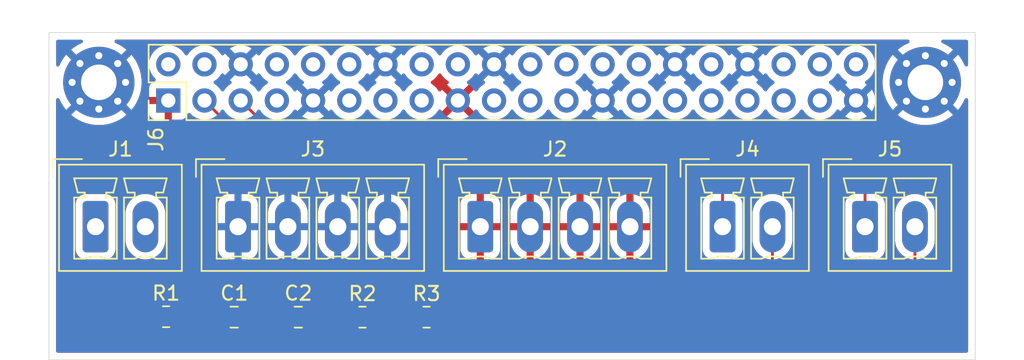
<source format=kicad_pcb>
(kicad_pcb (version 20241229) (generator "pcbnew") (generator_version "9.0")
  (layers (0 "F.Cu" signal) (2 "B.Cu" signal) (13 "F.Paste" user) (15 "B.Paste" user) (5 "F.SilkS" user "F.Silkscreen") (7 "B.SilkS" user "B.Silkscreen") (1 "F.Mask" user) (3 "B.Mask" user) (25 "Edge.Cuts" user))
  (net 0 "")
  (net 1 "GND")
  (net 2 "3v3")
  (net 3 "/CT_out")
  (net 4 "/CT_in")
  (net 5 "/SCL")
  (net 6 "/SDA")
  (net 11 "Net-(J6-5V-Pad2)")
  (footprint "Resistor_SMD:R_0805_2012Metric_Pad1.20x1.40mm_HandSolder" (layer "F.Cu") (at 123 36.5)
    (property "Reference" "R3" (at 0 -1.65 0) (layer "F.SilkS"))
    (property "Value" "R")
    (fp_line (start -0.227064 -0.735) (end 0.227064 -0.735) (stroke (width 0.12)) (layer "F.SilkS"))
    (fp_line (start -0.227064 0.735) (end 0.227064 0.735) (stroke (width 0.12)) (layer "F.SilkS"))
    (pad "1" smd roundrect (at -1 0) (size 1.2 1.4) (layers "F.Cu" "F.Mask" "F.Paste") (roundrect_rratio 0.208333) (net 3 "/CT_out"))
    (pad "2" smd roundrect (at 1 0) (size 1.2 1.4) (layers "F.Cu" "F.Mask" "F.Paste") (roundrect_rratio 0.208333) (net 1 "GND"))
  )
  (footprint "Resistor_SMD:R_0805_2012Metric_Pad1.20x1.40mm_HandSolder" (layer "F.Cu") (at 104.72 36.47)
    (property "Reference" "R1" (at 0 -1.65 0) (layer "F.SilkS"))
    (property "Value" "22R")
    (fp_line (start -0.227064 -0.735) (end 0.227064 -0.735) (stroke (width 0.12)) (layer "F.SilkS"))
    (fp_line (start -0.227064 0.735) (end 0.227064 0.735) (stroke (width 0.12)) (layer "F.SilkS"))
    (pad "1" smd roundrect (at -1 0) (size 1.2 1.4) (layers "F.Cu" "F.Mask" "F.Paste") (roundrect_rratio 0.208333) (net 4 "/CT_in"))
    (pad "2" smd roundrect (at 1 0) (size 1.2 1.4) (layers "F.Cu" "F.Mask" "F.Paste") (roundrect_rratio 0.208333) (net 3 "/CT_out"))
  )
  (footprint "Connector_Phoenix_MC:PhoenixContact_MCV_1,5_4-G-3.5_1x04_P3.50mm_Vertical" (layer "F.Cu") (at 126.7675 30.1425)
    (property "Reference" "J2" (at 5.25 -5.45 0) (layer "F.SilkS"))
    (property "Value" "Conn_01x04")
    (fp_line (start -2.95 -4.75) (end -0.95 -4.75) (stroke (width 0.12)) (layer "F.SilkS"))
    (fp_line (start -2.95 -3.5) (end -2.95 -4.75) (stroke (width 0.12)) (layer "F.SilkS"))
    (fp_line (start -2.56 -4.36) (end -2.56 3.11) (stroke (width 0.12)) (layer "F.SilkS"))
    (fp_line (start -2.56 3.11) (end 13.06 3.11) (stroke (width 0.12)) (layer "F.SilkS"))
    (fp_line (start -1.5 -3.4) (end 1.5 -3.4) (stroke (width 0.12)) (layer "F.SilkS"))
    (fp_line (start -1.5 -2.05) (end -0.75 -2.05) (stroke (width 0.12)) (layer "F.SilkS"))
    (fp_line (start -1.5 2.25) (end -1.5 -2.05) (stroke (width 0.12)) (layer "F.SilkS"))
    (fp_line (start -1.25 -2.4) (end -1.5 -3.4) (stroke (width 0.12)) (layer "F.SilkS"))
    (fp_line (start -0.75 -2.4) (end -1.25 -2.4) (stroke (width 0.12)) (layer "F.SilkS"))
    (fp_line (start -0.75 -2.05) (end -0.75 -2.4) (stroke (width 0.12)) (layer "F.SilkS"))
    (fp_line (start -0.75 2.25) (end -1.5 2.25) (stroke (width 0.12)) (layer "F.SilkS"))
    (fp_line (start 0.75 -2.4) (end 0.75 -2.05) (stroke (width 0.12)) (layer "F.SilkS"))
    (fp_line (start 0.75 -2.05) (end 1.5 -2.05) (stroke (width 0.12)) (layer "F.SilkS"))
    (fp_line (start 1.25 -2.4) (end 0.75 -2.4) (stroke (width 0.12)) (layer "F.SilkS"))
    (fp_line (start 1.5 -3.4) (end 1.25 -2.4) (stroke (width 0.12)) (layer "F.SilkS"))
    (fp_line (start 1.5 -2.05) (end 1.5 2.25) (stroke (width 0.12)) (layer "F.SilkS"))
    (fp_line (start 1.5 2.25) (end 0.75 2.25) (stroke (width 0.12)) (layer "F.SilkS"))
    (fp_line (start 2 -3.4) (end 5 -3.4) (stroke (width 0.12)) (layer "F.SilkS"))
    (fp_line (start 2 -2.05) (end 2.75 -2.05) (stroke (width 0.12)) (layer "F.SilkS"))
    (fp_line (start 2 2.25) (end 2 -2.05) (stroke (width 0.12)) (layer "F.SilkS"))
    (fp_line (start 2.25 -2.4) (end 2 -3.4) (stroke (width 0.12)) (layer "F.SilkS"))
    (fp_line (start 2.75 -2.4) (end 2.25 -2.4) (stroke (width 0.12)) (layer "F.SilkS"))
    (fp_line (start 2.75 -2.05) (end 2.75 -2.4) (stroke (width 0.12)) (layer "F.SilkS"))
    (fp_line (start 2.75 2.25) (end 2 2.25) (stroke (width 0.12)) (layer "F.SilkS"))
    (fp_line (start 4.25 -2.4) (end 4.25 -2.05) (stroke (width 0.12)) (layer "F.SilkS"))
    (fp_line (start 4.25 -2.05) (end 5 -2.05) (stroke (width 0.12)) (layer "F.SilkS"))
    (fp_line (start 4.75 -2.4) (end 4.25 -2.4) (stroke (width 0.12)) (layer "F.SilkS"))
    (fp_line (start 5 -3.4) (end 4.75 -2.4) (stroke (width 0.12)) (layer "F.SilkS"))
    (fp_line (start 5 -2.05) (end 5 2.25) (stroke (width 0.12)) (layer "F.SilkS"))
    (fp_line (start 5 2.25) (end 4.25 2.25) (stroke (width 0.12)) (layer "F.SilkS"))
    (fp_line (start 5.5 -3.4) (end 8.5 -3.4) (stroke (width 0.12)) (layer "F.SilkS"))
    (fp_line (start 5.5 -2.05) (end 6.25 -2.05) (stroke (width 0.12)) (layer "F.SilkS"))
    (fp_line (start 5.5 2.25) (end 5.5 -2.05) (stroke (width 0.12)) (layer "F.SilkS"))
    (fp_line (start 5.75 -2.4) (end 5.5 -3.4) (stroke (width 0.12)) (layer "F.SilkS"))
    (fp_line (start 6.25 -2.4) (end 5.75 -2.4) (stroke (width 0.12)) (layer "F.SilkS"))
    (fp_line (start 6.25 -2.05) (end 6.25 -2.4) (stroke (width 0.12)) (layer "F.SilkS"))
    (fp_line (start 6.25 2.25) (end 5.5 2.25) (stroke (width 0.12)) (layer "F.SilkS"))
    (fp_line (start 7.75 -2.4) (end 7.75 -2.05) (stroke (width 0.12)) (layer "F.SilkS"))
    (fp_line (start 7.75 -2.05) (end 8.5 -2.05) (stroke (width 0.12)) (layer "F.SilkS"))
    (fp_line (start 8.25 -2.4) (end 7.75 -2.4) (stroke (width 0.12)) (layer "F.SilkS"))
    (fp_line (start 8.5 -3.4) (end 8.25 -2.4) (stroke (width 0.12)) (layer "F.SilkS"))
    (fp_line (start 8.5 -2.05) (end 8.5 2.25) (stroke (width 0.12)) (layer "F.SilkS"))
    (fp_line (start 8.5 2.25) (end 7.75 2.25) (stroke (width 0.12)) (layer "F.SilkS"))
    (fp_line (start 9 -3.4) (end 12 -3.4) (stroke (width 0.12)) (layer "F.SilkS"))
    (fp_line (start 9 -2.05) (end 9.75 -2.05) (stroke (width 0.12)) (layer "F.SilkS"))
    (fp_line (start 9 2.25) (end 9 -2.05) (stroke (width 0.12)) (layer "F.SilkS"))
    (fp_line (start 9.25 -2.4) (end 9 -3.4) (stroke (width 0.12)) (layer "F.SilkS"))
    (fp_line (start 9.75 -2.4) (end 9.25 -2.4) (stroke (width 0.12)) (layer "F.SilkS"))
    (fp_line (start 9.75 -2.05) (end 9.75 -2.4) (stroke (width 0.12)) (layer "F.SilkS"))
    (fp_line (start 9.75 2.25) (end 9 2.25) (stroke (width 0.12)) (layer "F.SilkS"))
    (fp_line (start 11.25 -2.4) (end 11.25 -2.05) (stroke (width 0.12)) (layer "F.SilkS"))
    (fp_line (start 11.25 -2.05) (end 12 -2.05) (stroke (width 0.12)) (layer "F.SilkS"))
    (fp_line (start 11.75 -2.4) (end 11.25 -2.4) (stroke (width 0.12)) (layer "F.SilkS"))
    (fp_line (start 12 -3.4) (end 11.75 -2.4) (stroke (width 0.12)) (layer "F.SilkS"))
    (fp_line (start 12 -2.05) (end 12 2.25) (stroke (width 0.12)) (layer "F.SilkS"))
    (fp_line (start 12 2.25) (end 11.25 2.25) (stroke (width 0.12)) (layer "F.SilkS"))
    (fp_line (start 13.06 -4.36) (end -2.56 -4.36) (stroke (width 0.12)) (layer "F.SilkS"))
    (fp_line (start 13.06 3.11) (end 13.06 -4.36) (stroke (width 0.12)) (layer "F.SilkS"))
    (fp_arc (start -0.75 2.25) (mid -0.000193 2.09191) (end 0.749647 2.249844) (stroke (width 0.12)) (layer "F.SilkS"))
    (fp_arc (start 2.75 2.25) (mid 3.499807 2.09191) (end 4.249647 2.249844) (stroke (width 0.12)) (layer "F.SilkS"))
    (fp_arc (start 6.25 2.25) (mid 6.999807 2.09191) (end 7.749647 2.249844) (stroke (width 0.12)) (layer "F.SilkS"))
    (fp_arc (start 9.75 2.25) (mid 10.499807 2.09191) (end 11.249647 2.249844) (stroke (width 0.12)) (layer "F.SilkS"))
    (pad "1" thru_hole roundrect (at 0 0) (size 1.8 3.6) (drill 1.2) (layers "*.Cu" "*.Mask") (roundrect_rratio 0.138889) (net 2 "3v3"))
    (pad "2" thru_hole oval (at 3.5 0) (size 1.8 3.6) (drill 1.2) (layers "*.Cu" "*.Mask") (net 2 "3v3"))
    (pad "3" thru_hole oval (at 7 0) (size 1.8 3.6) (drill 1.2) (layers "*.Cu" "*.Mask") (net 2 "3v3"))
    (pad "4" thru_hole oval (at 10.5 0) (size 1.8 3.6) (drill 1.2) (layers "*.Cu" "*.Mask") (net 2 "3v3"))
  )
  (footprint "Capacitor_SMD:C_0805_2012Metric_Pad1.18x1.45mm_HandSolder" (layer "F.Cu") (at 114 36.5)
    (property "Reference" "C2" (at 0 -1.68 0) (layer "F.SilkS"))
    (property "Value" "10u")
    (fp_line (start -0.261252 -0.735) (end 0.261252 -0.735) (stroke (width 0.12)) (layer "F.SilkS"))
    (fp_line (start -0.261252 0.735) (end 0.261252 0.735) (stroke (width 0.12)) (layer "F.SilkS"))
    (pad "1" smd roundrect (at -1.0375 0) (size 1.175 1.45) (layers "F.Cu" "F.Mask" "F.Paste") (roundrect_rratio 0.212766) (net 3 "/CT_out"))
    (pad "2" smd roundrect (at 1.0375 0) (size 1.175 1.45) (layers "F.Cu" "F.Mask" "F.Paste") (roundrect_rratio 0.212766) (net 1 "GND"))
  )
  (footprint "MountingHole:MountingHole_2.5mm_Pad_Via" (layer "F.Cu") (at 158 20)
    (property "Reference" "H2" (hide yes))
    (property "Value" "MountingHole_Pad")
    (pad "1" thru_hole circle (at -1.875 0) (size 0.8 0.8) (drill 0.5) (layers "*.Cu" "*.Mask") (net 1 "GND"))
    (pad "1" thru_hole circle (at -1.325825 -1.325825) (size 0.8 0.8) (drill 0.5) (layers "*.Cu" "*.Mask") (net 1 "GND"))
    (pad "1" thru_hole circle (at -1.325825 1.325825) (size 0.8 0.8) (drill 0.5) (layers "*.Cu" "*.Mask") (net 1 "GND"))
    (pad "1" thru_hole circle (at 0 -1.875) (size 0.8 0.8) (drill 0.5) (layers "*.Cu" "*.Mask") (net 1 "GND"))
    (pad "1" thru_hole circle (at 0 0) (size 5 5) (drill 2.5) (layers "*.Cu" "*.Mask") (net 1 "GND"))
    (pad "1" thru_hole circle (at 0 1.875) (size 0.8 0.8) (drill 0.5) (layers "*.Cu" "*.Mask") (net 1 "GND"))
    (pad "1" thru_hole circle (at 1.325825 -1.325825) (size 0.8 0.8) (drill 0.5) (layers "*.Cu" "*.Mask") (net 1 "GND"))
    (pad "1" thru_hole circle (at 1.325825 1.325825) (size 0.8 0.8) (drill 0.5) (layers "*.Cu" "*.Mask") (net 1 "GND"))
    (pad "1" thru_hole circle (at 1.875 0) (size 0.8 0.8) (drill 0.5) (layers "*.Cu" "*.Mask") (net 1 "GND"))
  )
  (footprint "Resistor_SMD:R_0805_2012Metric_Pad1.20x1.40mm_HandSolder" (layer "F.Cu") (at 118.5 36.5)
    (property "Reference" "R2" (at 0 -1.65 0) (layer "F.SilkS"))
    (property "Value" "10K")
    (fp_line (start -0.227064 -0.735) (end 0.227064 -0.735) (stroke (width 0.12)) (layer "F.SilkS"))
    (fp_line (start -0.227064 0.735) (end 0.227064 0.735) (stroke (width 0.12)) (layer "F.SilkS"))
    (pad "1" smd roundrect (at -1 0) (size 1.2 1.4) (layers "F.Cu" "F.Mask" "F.Paste") (roundrect_rratio 0.208333) (net 2 "3v3"))
    (pad "2" smd roundrect (at 1 0) (size 1.2 1.4) (layers "F.Cu" "F.Mask" "F.Paste") (roundrect_rratio 0.208333) (net 3 "/CT_out"))
  )
  (footprint "Capacitor_SMD:C_0805_2012Metric_Pad1.18x1.45mm_HandSolder" (layer "F.Cu") (at 109.5 36.5)
    (property "Reference" "C1" (at 0 -1.68 0) (layer "F.SilkS"))
    (property "Value" "0.1u")
    (fp_line (start -0.261252 -0.735) (end 0.261252 -0.735) (stroke (width 0.12)) (layer "F.SilkS"))
    (fp_line (start -0.261252 0.735) (end 0.261252 0.735) (stroke (width 0.12)) (layer "F.SilkS"))
    (pad "1" smd roundrect (at -1.0375 0) (size 1.175 1.45) (layers "F.Cu" "F.Mask" "F.Paste") (roundrect_rratio 0.212766) (net 3 "/CT_out"))
    (pad "2" smd roundrect (at 1.0375 0) (size 1.175 1.45) (layers "F.Cu" "F.Mask" "F.Paste") (roundrect_rratio 0.212766) (net 1 "GND"))
  )
  (footprint "MountingHole:MountingHole_2.5mm_Pad_Via" (layer "F.Cu") (at 100 20)
    (property "Reference" "H1" (hide yes))
    (property "Value" "MountingHole_Pad")
    (pad "1" thru_hole circle (at -1.875 0) (size 0.8 0.8) (drill 0.5) (layers "*.Cu" "*.Mask") (net 1 "GND"))
    (pad "1" thru_hole circle (at -1.325825 -1.325825) (size 0.8 0.8) (drill 0.5) (layers "*.Cu" "*.Mask") (net 1 "GND"))
    (pad "1" thru_hole circle (at -1.325825 1.325825) (size 0.8 0.8) (drill 0.5) (layers "*.Cu" "*.Mask") (net 1 "GND"))
    (pad "1" thru_hole circle (at 0 -1.875) (size 0.8 0.8) (drill 0.5) (layers "*.Cu" "*.Mask") (net 1 "GND"))
    (pad "1" thru_hole circle (at 0 0) (size 5 5) (drill 2.5) (layers "*.Cu" "*.Mask") (net 1 "GND"))
    (pad "1" thru_hole circle (at 0 1.875) (size 0.8 0.8) (drill 0.5) (layers "*.Cu" "*.Mask") (net 1 "GND"))
    (pad "1" thru_hole circle (at 1.325825 -1.325825) (size 0.8 0.8) (drill 0.5) (layers "*.Cu" "*.Mask") (net 1 "GND"))
    (pad "1" thru_hole circle (at 1.325825 1.325825) (size 0.8 0.8) (drill 0.5) (layers "*.Cu" "*.Mask") (net 1 "GND"))
    (pad "1" thru_hole circle (at 1.875 0) (size 0.8 0.8) (drill 0.5) (layers "*.Cu" "*.Mask") (net 1 "GND"))
  )
  (footprint "Connector_Phoenix_MC:PhoenixContact_MCV_1,5_2-G-3.5_1x02_P3.50mm_Vertical" (layer "F.Cu") (at 99.7675 30.1425)
    (property "Reference" "J1" (at 1.75 -5.45 0) (layer "F.SilkS"))
    (property "Value" "Conn_01x02_Socket")
    (fp_line (start -2.95 -4.75) (end -0.95 -4.75) (stroke (width 0.12)) (layer "F.SilkS"))
    (fp_line (start -2.95 -3.5) (end -2.95 -4.75) (stroke (width 0.12)) (layer "F.SilkS"))
    (fp_line (start -2.56 -4.36) (end -2.56 3.11) (stroke (width 0.12)) (layer "F.SilkS"))
    (fp_line (start -2.56 3.11) (end 6.06 3.11) (stroke (width 0.12)) (layer "F.SilkS"))
    (fp_line (start -1.5 -3.4) (end 1.5 -3.4) (stroke (width 0.12)) (layer "F.SilkS"))
    (fp_line (start -1.5 -2.05) (end -0.75 -2.05) (stroke (width 0.12)) (layer "F.SilkS"))
    (fp_line (start -1.5 2.25) (end -1.5 -2.05) (stroke (width 0.12)) (layer "F.SilkS"))
    (fp_line (start -1.25 -2.4) (end -1.5 -3.4) (stroke (width 0.12)) (layer "F.SilkS"))
    (fp_line (start -0.75 -2.4) (end -1.25 -2.4) (stroke (width 0.12)) (layer "F.SilkS"))
    (fp_line (start -0.75 -2.05) (end -0.75 -2.4) (stroke (width 0.12)) (layer "F.SilkS"))
    (fp_line (start -0.75 2.25) (end -1.5 2.25) (stroke (width 0.12)) (layer "F.SilkS"))
    (fp_line (start 0.75 -2.4) (end 0.75 -2.05) (stroke (width 0.12)) (layer "F.SilkS"))
    (fp_line (start 0.75 -2.05) (end 1.5 -2.05) (stroke (width 0.12)) (layer "F.SilkS"))
    (fp_line (start 1.25 -2.4) (end 0.75 -2.4) (stroke (width 0.12)) (layer "F.SilkS"))
    (fp_line (start 1.5 -3.4) (end 1.25 -2.4) (stroke (width 0.12)) (layer "F.SilkS"))
    (fp_line (start 1.5 -2.05) (end 1.5 2.25) (stroke (width 0.12)) (layer "F.SilkS"))
    (fp_line (start 1.5 2.25) (end 0.75 2.25) (stroke (width 0.12)) (layer "F.SilkS"))
    (fp_line (start 2 -3.4) (end 5 -3.4) (stroke (width 0.12)) (layer "F.SilkS"))
    (fp_line (start 2 -2.05) (end 2.75 -2.05) (stroke (width 0.12)) (layer "F.SilkS"))
    (fp_line (start 2 2.25) (end 2 -2.05) (stroke (width 0.12)) (layer "F.SilkS"))
    (fp_line (start 2.25 -2.4) (end 2 -3.4) (stroke (width 0.12)) (layer "F.SilkS"))
    (fp_line (start 2.75 -2.4) (end 2.25 -2.4) (stroke (width 0.12)) (layer "F.SilkS"))
    (fp_line (start 2.75 -2.05) (end 2.75 -2.4) (stroke (width 0.12)) (layer "F.SilkS"))
    (fp_line (start 2.75 2.25) (end 2 2.25) (stroke (width 0.12)) (layer "F.SilkS"))
    (fp_line (start 4.25 -2.4) (end 4.25 -2.05) (stroke (width 0.12)) (layer "F.SilkS"))
    (fp_line (start 4.25 -2.05) (end 5 -2.05) (stroke (width 0.12)) (layer "F.SilkS"))
    (fp_line (start 4.75 -2.4) (end 4.25 -2.4) (stroke (width 0.12)) (layer "F.SilkS"))
    (fp_line (start 5 -3.4) (end 4.75 -2.4) (stroke (width 0.12)) (layer "F.SilkS"))
    (fp_line (start 5 -2.05) (end 5 2.25) (stroke (width 0.12)) (layer "F.SilkS"))
    (fp_line (start 5 2.25) (end 4.25 2.25) (stroke (width 0.12)) (layer "F.SilkS"))
    (fp_line (start 6.06 -4.36) (end -2.56 -4.36) (stroke (width 0.12)) (layer "F.SilkS"))
    (fp_line (start 6.06 3.11) (end 6.06 -4.36) (stroke (width 0.12)) (layer "F.SilkS"))
    (fp_arc (start -0.75 2.25) (mid -0.000193 2.09191) (end 0.749647 2.249844) (stroke (width 0.12)) (layer "F.SilkS"))
    (fp_arc (start 2.75 2.25) (mid 3.499807 2.09191) (end 4.249647 2.249844) (stroke (width 0.12)) (layer "F.SilkS"))
    (pad "1" thru_hole roundrect (at 0 0) (size 1.8 3.6) (drill 1.2) (layers "*.Cu" "*.Mask") (roundrect_rratio 0.138889) (net 4 "/CT_in"))
    (pad "2" thru_hole oval (at 3.5 0) (size 1.8 3.6) (drill 1.2) (layers "*.Cu" "*.Mask") (net 3 "/CT_out"))
  )
  (footprint "Connector_Phoenix_MC:PhoenixContact_MCV_1,5_2-G-3.5_1x02_P3.50mm_Vertical" (layer "F.Cu") (at 153.7675 30.1425)
    (property "Reference" "J5" (at 1.75 -5.45 0) (layer "F.SilkS"))
    (property "Value" "Conn_01x02_Socket")
    (fp_line (start -2.95 -4.75) (end -0.95 -4.75) (stroke (width 0.12)) (layer "F.SilkS"))
    (fp_line (start -2.95 -3.5) (end -2.95 -4.75) (stroke (width 0.12)) (layer "F.SilkS"))
    (fp_line (start -2.56 -4.36) (end -2.56 3.11) (stroke (width 0.12)) (layer "F.SilkS"))
    (fp_line (start -2.56 3.11) (end 6.06 3.11) (stroke (width 0.12)) (layer "F.SilkS"))
    (fp_line (start -1.5 -3.4) (end 1.5 -3.4) (stroke (width 0.12)) (layer "F.SilkS"))
    (fp_line (start -1.5 -2.05) (end -0.75 -2.05) (stroke (width 0.12)) (layer "F.SilkS"))
    (fp_line (start -1.5 2.25) (end -1.5 -2.05) (stroke (width 0.12)) (layer "F.SilkS"))
    (fp_line (start -1.25 -2.4) (end -1.5 -3.4) (stroke (width 0.12)) (layer "F.SilkS"))
    (fp_line (start -0.75 -2.4) (end -1.25 -2.4) (stroke (width 0.12)) (layer "F.SilkS"))
    (fp_line (start -0.75 -2.05) (end -0.75 -2.4) (stroke (width 0.12)) (layer "F.SilkS"))
    (fp_line (start -0.75 2.25) (end -1.5 2.25) (stroke (width 0.12)) (layer "F.SilkS"))
    (fp_line (start 0.75 -2.4) (end 0.75 -2.05) (stroke (width 0.12)) (layer "F.SilkS"))
    (fp_line (start 0.75 -2.05) (end 1.5 -2.05) (stroke (width 0.12)) (layer "F.SilkS"))
    (fp_line (start 1.25 -2.4) (end 0.75 -2.4) (stroke (width 0.12)) (layer "F.SilkS"))
    (fp_line (start 1.5 -3.4) (end 1.25 -2.4) (stroke (width 0.12)) (layer "F.SilkS"))
    (fp_line (start 1.5 -2.05) (end 1.5 2.25) (stroke (width 0.12)) (layer "F.SilkS"))
    (fp_line (start 1.5 2.25) (end 0.75 2.25) (stroke (width 0.12)) (layer "F.SilkS"))
    (fp_line (start 2 -3.4) (end 5 -3.4) (stroke (width 0.12)) (layer "F.SilkS"))
    (fp_line (start 2 -2.05) (end 2.75 -2.05) (stroke (width 0.12)) (layer "F.SilkS"))
    (fp_line (start 2 2.25) (end 2 -2.05) (stroke (width 0.12)) (layer "F.SilkS"))
    (fp_line (start 2.25 -2.4) (end 2 -3.4) (stroke (width 0.12)) (layer "F.SilkS"))
    (fp_line (start 2.75 -2.4) (end 2.25 -2.4) (stroke (width 0.12)) (layer "F.SilkS"))
    (fp_line (start 2.75 -2.05) (end 2.75 -2.4) (stroke (width 0.12)) (layer "F.SilkS"))
    (fp_line (start 2.75 2.25) (end 2 2.25) (stroke (width 0.12)) (layer "F.SilkS"))
    (fp_line (start 4.25 -2.4) (end 4.25 -2.05) (stroke (width 0.12)) (layer "F.SilkS"))
    (fp_line (start 4.25 -2.05) (end 5 -2.05) (stroke (width 0.12)) (layer "F.SilkS"))
    (fp_line (start 4.75 -2.4) (end 4.25 -2.4) (stroke (width 0.12)) (layer "F.SilkS"))
    (fp_line (start 5 -3.4) (end 4.75 -2.4) (stroke (width 0.12)) (layer "F.SilkS"))
    (fp_line (start 5 -2.05) (end 5 2.25) (stroke (width 0.12)) (layer "F.SilkS"))
    (fp_line (start 5 2.25) (end 4.25 2.25) (stroke (width 0.12)) (layer "F.SilkS"))
    (fp_line (start 6.06 -4.36) (end -2.56 -4.36) (stroke (width 0.12)) (layer "F.SilkS"))
    (fp_line (start 6.06 3.11) (end 6.06 -4.36) (stroke (width 0.12)) (layer "F.SilkS"))
    (fp_arc (start -0.75 2.25) (mid -0.000193 2.09191) (end 0.749647 2.249844) (stroke (width 0.12)) (layer "F.SilkS"))
    (fp_arc (start 2.75 2.25) (mid 3.499807 2.09191) (end 4.249647 2.249844) (stroke (width 0.12)) (layer "F.SilkS"))
    (pad "1" thru_hole roundrect (at 0 0) (size 1.8 3.6) (drill 1.2) (layers "*.Cu" "*.Mask") (roundrect_rratio 0.138889) (net 5 "/SCL"))
    (pad "2" thru_hole oval (at 3.5 0) (size 1.8 3.6) (drill 1.2) (layers "*.Cu" "*.Mask") (net 6 "/SDA"))
  )
  (footprint "Connector_Phoenix_MC:PhoenixContact_MCV_1,5_4-G-3.5_1x04_P3.50mm_Vertical" (layer "F.Cu") (at 109.7675 30.1425)
    (property "Reference" "J3" (at 5.25 -5.45 0) (layer "F.SilkS"))
    (property "Value" "Conn_01x04")
    (fp_line (start -2.95 -4.75) (end -0.95 -4.75) (stroke (width 0.12)) (layer "F.SilkS"))
    (fp_line (start -2.95 -3.5) (end -2.95 -4.75) (stroke (width 0.12)) (layer "F.SilkS"))
    (fp_line (start -2.56 -4.36) (end -2.56 3.11) (stroke (width 0.12)) (layer "F.SilkS"))
    (fp_line (start -2.56 3.11) (end 13.06 3.11) (stroke (width 0.12)) (layer "F.SilkS"))
    (fp_line (start -1.5 -3.4) (end 1.5 -3.4) (stroke (width 0.12)) (layer "F.SilkS"))
    (fp_line (start -1.5 -2.05) (end -0.75 -2.05) (stroke (width 0.12)) (layer "F.SilkS"))
    (fp_line (start -1.5 2.25) (end -1.5 -2.05) (stroke (width 0.12)) (layer "F.SilkS"))
    (fp_line (start -1.25 -2.4) (end -1.5 -3.4) (stroke (width 0.12)) (layer "F.SilkS"))
    (fp_line (start -0.75 -2.4) (end -1.25 -2.4) (stroke (width 0.12)) (layer "F.SilkS"))
    (fp_line (start -0.75 -2.05) (end -0.75 -2.4) (stroke (width 0.12)) (layer "F.SilkS"))
    (fp_line (start -0.75 2.25) (end -1.5 2.25) (stroke (width 0.12)) (layer "F.SilkS"))
    (fp_line (start 0.75 -2.4) (end 0.75 -2.05) (stroke (width 0.12)) (layer "F.SilkS"))
    (fp_line (start 0.75 -2.05) (end 1.5 -2.05) (stroke (width 0.12)) (layer "F.SilkS"))
    (fp_line (start 1.25 -2.4) (end 0.75 -2.4) (stroke (width 0.12)) (layer "F.SilkS"))
    (fp_line (start 1.5 -3.4) (end 1.25 -2.4) (stroke (width 0.12)) (layer "F.SilkS"))
    (fp_line (start 1.5 -2.05) (end 1.5 2.25) (stroke (width 0.12)) (layer "F.SilkS"))
    (fp_line (start 1.5 2.25) (end 0.75 2.25) (stroke (width 0.12)) (layer "F.SilkS"))
    (fp_line (start 2 -3.4) (end 5 -3.4) (stroke (width 0.12)) (layer "F.SilkS"))
    (fp_line (start 2 -2.05) (end 2.75 -2.05) (stroke (width 0.12)) (layer "F.SilkS"))
    (fp_line (start 2 2.25) (end 2 -2.05) (stroke (width 0.12)) (layer "F.SilkS"))
    (fp_line (start 2.25 -2.4) (end 2 -3.4) (stroke (width 0.12)) (layer "F.SilkS"))
    (fp_line (start 2.75 -2.4) (end 2.25 -2.4) (stroke (width 0.12)) (layer "F.SilkS"))
    (fp_line (start 2.75 -2.05) (end 2.75 -2.4) (stroke (width 0.12)) (layer "F.SilkS"))
    (fp_line (start 2.75 2.25) (end 2 2.25) (stroke (width 0.12)) (layer "F.SilkS"))
    (fp_line (start 4.25 -2.4) (end 4.25 -2.05) (stroke (width 0.12)) (layer "F.SilkS"))
    (fp_line (start 4.25 -2.05) (end 5 -2.05) (stroke (width 0.12)) (layer "F.SilkS"))
    (fp_line (start 4.75 -2.4) (end 4.25 -2.4) (stroke (width 0.12)) (layer "F.SilkS"))
    (fp_line (start 5 -3.4) (end 4.75 -2.4) (stroke (width 0.12)) (layer "F.SilkS"))
    (fp_line (start 5 -2.05) (end 5 2.25) (stroke (width 0.12)) (layer "F.SilkS"))
    (fp_line (start 5 2.25) (end 4.25 2.25) (stroke (width 0.12)) (layer "F.SilkS"))
    (fp_line (start 5.5 -3.4) (end 8.5 -3.4) (stroke (width 0.12)) (layer "F.SilkS"))
    (fp_line (start 5.5 -2.05) (end 6.25 -2.05) (stroke (width 0.12)) (layer "F.SilkS"))
    (fp_line (start 5.5 2.25) (end 5.5 -2.05) (stroke (width 0.12)) (layer "F.SilkS"))
    (fp_line (start 5.75 -2.4) (end 5.5 -3.4) (stroke (width 0.12)) (layer "F.SilkS"))
    (fp_line (start 6.25 -2.4) (end 5.75 -2.4) (stroke (width 0.12)) (layer "F.SilkS"))
    (fp_line (start 6.25 -2.05) (end 6.25 -2.4) (stroke (width 0.12)) (layer "F.SilkS"))
    (fp_line (start 6.25 2.25) (end 5.5 2.25) (stroke (width 0.12)) (layer "F.SilkS"))
    (fp_line (start 7.75 -2.4) (end 7.75 -2.05) (stroke (width 0.12)) (layer "F.SilkS"))
    (fp_line (start 7.75 -2.05) (end 8.5 -2.05) (stroke (width 0.12)) (layer "F.SilkS"))
    (fp_line (start 8.25 -2.4) (end 7.75 -2.4) (stroke (width 0.12)) (layer "F.SilkS"))
    (fp_line (start 8.5 -3.4) (end 8.25 -2.4) (stroke (width 0.12)) (layer "F.SilkS"))
    (fp_line (start 8.5 -2.05) (end 8.5 2.25) (stroke (width 0.12)) (layer "F.SilkS"))
    (fp_line (start 8.5 2.25) (end 7.75 2.25) (stroke (width 0.12)) (layer "F.SilkS"))
    (fp_line (start 9 -3.4) (end 12 -3.4) (stroke (width 0.12)) (layer "F.SilkS"))
    (fp_line (start 9 -2.05) (end 9.75 -2.05) (stroke (width 0.12)) (layer "F.SilkS"))
    (fp_line (start 9 2.25) (end 9 -2.05) (stroke (width 0.12)) (layer "F.SilkS"))
    (fp_line (start 9.25 -2.4) (end 9 -3.4) (stroke (width 0.12)) (layer "F.SilkS"))
    (fp_line (start 9.75 -2.4) (end 9.25 -2.4) (stroke (width 0.12)) (layer "F.SilkS"))
    (fp_line (start 9.75 -2.05) (end 9.75 -2.4) (stroke (width 0.12)) (layer "F.SilkS"))
    (fp_line (start 9.75 2.25) (end 9 2.25) (stroke (width 0.12)) (layer "F.SilkS"))
    (fp_line (start 11.25 -2.4) (end 11.25 -2.05) (stroke (width 0.12)) (layer "F.SilkS"))
    (fp_line (start 11.25 -2.05) (end 12 -2.05) (stroke (width 0.12)) (layer "F.SilkS"))
    (fp_line (start 11.75 -2.4) (end 11.25 -2.4) (stroke (width 0.12)) (layer "F.SilkS"))
    (fp_line (start 12 -3.4) (end 11.75 -2.4) (stroke (width 0.12)) (layer "F.SilkS"))
    (fp_line (start 12 -2.05) (end 12 2.25) (stroke (width 0.12)) (layer "F.SilkS"))
    (fp_line (start 12 2.25) (end 11.25 2.25) (stroke (width 0.12)) (layer "F.SilkS"))
    (fp_line (start 13.06 -4.36) (end -2.56 -4.36) (stroke (width 0.12)) (layer "F.SilkS"))
    (fp_line (start 13.06 3.11) (end 13.06 -4.36) (stroke (width 0.12)) (layer "F.SilkS"))
    (fp_arc (start -0.75 2.25) (mid -0.000193 2.09191) (end 0.749647 2.249844) (stroke (width 0.12)) (layer "F.SilkS"))
    (fp_arc (start 2.75 2.25) (mid 3.499807 2.09191) (end 4.249647 2.249844) (stroke (width 0.12)) (layer "F.SilkS"))
    (fp_arc (start 6.25 2.25) (mid 6.999807 2.09191) (end 7.749647 2.249844) (stroke (width 0.12)) (layer "F.SilkS"))
    (fp_arc (start 9.75 2.25) (mid 10.499807 2.09191) (end 11.249647 2.249844) (stroke (width 0.12)) (layer "F.SilkS"))
    (pad "1" thru_hole roundrect (at 0 0) (size 1.8 3.6) (drill 1.2) (layers "*.Cu" "*.Mask") (roundrect_rratio 0.138889) (net 1 "GND"))
    (pad "2" thru_hole oval (at 3.5 0) (size 1.8 3.6) (drill 1.2) (layers "*.Cu" "*.Mask") (net 1 "GND"))
    (pad "3" thru_hole oval (at 7 0) (size 1.8 3.6) (drill 1.2) (layers "*.Cu" "*.Mask") (net 1 "GND"))
    (pad "4" thru_hole oval (at 10.5 0) (size 1.8 3.6) (drill 1.2) (layers "*.Cu" "*.Mask") (net 1 "GND"))
  )
  (footprint "Connector_Phoenix_MC:PhoenixContact_MCV_1,5_2-G-3.5_1x02_P3.50mm_Vertical" (layer "F.Cu") (at 143.7675 30.1425)
    (property "Reference" "J4" (at 1.75 -5.45 0) (layer "F.SilkS"))
    (property "Value" "Conn_01x02_Socket")
    (fp_line (start -2.95 -4.75) (end -0.95 -4.75) (stroke (width 0.12)) (layer "F.SilkS"))
    (fp_line (start -2.95 -3.5) (end -2.95 -4.75) (stroke (width 0.12)) (layer "F.SilkS"))
    (fp_line (start -2.56 -4.36) (end -2.56 3.11) (stroke (width 0.12)) (layer "F.SilkS"))
    (fp_line (start -2.56 3.11) (end 6.06 3.11) (stroke (width 0.12)) (layer "F.SilkS"))
    (fp_line (start -1.5 -3.4) (end 1.5 -3.4) (stroke (width 0.12)) (layer "F.SilkS"))
    (fp_line (start -1.5 -2.05) (end -0.75 -2.05) (stroke (width 0.12)) (layer "F.SilkS"))
    (fp_line (start -1.5 2.25) (end -1.5 -2.05) (stroke (width 0.12)) (layer "F.SilkS"))
    (fp_line (start -1.25 -2.4) (end -1.5 -3.4) (stroke (width 0.12)) (layer "F.SilkS"))
    (fp_line (start -0.75 -2.4) (end -1.25 -2.4) (stroke (width 0.12)) (layer "F.SilkS"))
    (fp_line (start -0.75 -2.05) (end -0.75 -2.4) (stroke (width 0.12)) (layer "F.SilkS"))
    (fp_line (start -0.75 2.25) (end -1.5 2.25) (stroke (width 0.12)) (layer "F.SilkS"))
    (fp_line (start 0.75 -2.4) (end 0.75 -2.05) (stroke (width 0.12)) (layer "F.SilkS"))
    (fp_line (start 0.75 -2.05) (end 1.5 -2.05) (stroke (width 0.12)) (layer "F.SilkS"))
    (fp_line (start 1.25 -2.4) (end 0.75 -2.4) (stroke (width 0.12)) (layer "F.SilkS"))
    (fp_line (start 1.5 -3.4) (end 1.25 -2.4) (stroke (width 0.12)) (layer "F.SilkS"))
    (fp_line (start 1.5 -2.05) (end 1.5 2.25) (stroke (width 0.12)) (layer "F.SilkS"))
    (fp_line (start 1.5 2.25) (end 0.75 2.25) (stroke (width 0.12)) (layer "F.SilkS"))
    (fp_line (start 2 -3.4) (end 5 -3.4) (stroke (width 0.12)) (layer "F.SilkS"))
    (fp_line (start 2 -2.05) (end 2.75 -2.05) (stroke (width 0.12)) (layer "F.SilkS"))
    (fp_line (start 2 2.25) (end 2 -2.05) (stroke (width 0.12)) (layer "F.SilkS"))
    (fp_line (start 2.25 -2.4) (end 2 -3.4) (stroke (width 0.12)) (layer "F.SilkS"))
    (fp_line (start 2.75 -2.4) (end 2.25 -2.4) (stroke (width 0.12)) (layer "F.SilkS"))
    (fp_line (start 2.75 -2.05) (end 2.75 -2.4) (stroke (width 0.12)) (layer "F.SilkS"))
    (fp_line (start 2.75 2.25) (end 2 2.25) (stroke (width 0.12)) (layer "F.SilkS"))
    (fp_line (start 4.25 -2.4) (end 4.25 -2.05) (stroke (width 0.12)) (layer "F.SilkS"))
    (fp_line (start 4.25 -2.05) (end 5 -2.05) (stroke (width 0.12)) (layer "F.SilkS"))
    (fp_line (start 4.75 -2.4) (end 4.25 -2.4) (stroke (width 0.12)) (layer "F.SilkS"))
    (fp_line (start 5 -3.4) (end 4.75 -2.4) (stroke (width 0.12)) (layer "F.SilkS"))
    (fp_line (start 5 -2.05) (end 5 2.25) (stroke (width 0.12)) (layer "F.SilkS"))
    (fp_line (start 5 2.25) (end 4.25 2.25) (stroke (width 0.12)) (layer "F.SilkS"))
    (fp_line (start 6.06 -4.36) (end -2.56 -4.36) (stroke (width 0.12)) (layer "F.SilkS"))
    (fp_line (start 6.06 3.11) (end 6.06 -4.36) (stroke (width 0.12)) (layer "F.SilkS"))
    (fp_arc (start -0.75 2.25) (mid -0.000193 2.09191) (end 0.749647 2.249844) (stroke (width 0.12)) (layer "F.SilkS"))
    (fp_arc (start 2.75 2.25) (mid 3.499807 2.09191) (end 4.249647 2.249844) (stroke (width 0.12)) (layer "F.SilkS"))
    (pad "1" thru_hole roundrect (at 0 0) (size 1.8 3.6) (drill 1.2) (layers "*.Cu" "*.Mask") (roundrect_rratio 0.138889) (net 5 "/SCL"))
    (pad "2" thru_hole oval (at 3.5 0) (size 1.8 3.6) (drill 1.2) (layers "*.Cu" "*.Mask") (net 6 "/SDA"))
  )
  (footprint "Connector_PinHeader_2.54mm:PinHeader_2x20_P2.54mm_Vertical" (layer "F.Cu") (at 104.875 21.275 90)
    (property "Reference" "J6" (at -2.725 -0.875 90) (layer "F.SilkS"))
    (property "Value" "Raspberry_Pi_4")
    (fp_line (start 3.92 -1.38) (end 3.92 49.64) (stroke (width 0.12)) (layer "F.SilkS"))
    (fp_line (start 1.27 -1.38) (end 3.92 -1.38) (stroke (width 0.12)) (layer "F.SilkS"))
    (fp_line (start -1.38 -1.38) (end 0 -1.38) (stroke (width 0.12)) (layer "F.SilkS"))
    (fp_line (start -1.38 0) (end -1.38 -1.38) (stroke (width 0.12)) (layer "F.SilkS"))
    (fp_line (start 1.27 1.27) (end 1.27 -1.38) (stroke (width 0.12)) (layer "F.SilkS"))
    (fp_line (start -1.38 1.27) (end 1.27 1.27) (stroke (width 0.12)) (layer "F.SilkS"))
    (fp_line (start -1.38 1.27) (end -1.38 49.64) (stroke (width 0.12)) (layer "F.SilkS"))
    (fp_line (start -1.38 49.64) (end 3.92 49.64) (stroke (width 0.12)) (layer "F.SilkS"))
    (pad "1" thru_hole rect (at 0 0 90) (size 1.7 1.7) (drill 1) (layers "*.Cu" "*.Mask") (net 2 "3v3"))
    (pad "2" thru_hole circle (at 2.54 0 90) (size 1.7 1.7) (drill 1) (layers "*.Cu" "*.Mask") (net 11 "Net-(J6-5V-Pad2)"))
    (pad "3" thru_hole circle (at 0 2.54 90) (size 1.7 1.7) (drill 1) (layers "*.Cu" "*.Mask") (net 6 "/SDA"))
    (pad "4" thru_hole circle (at 2.54 2.54 90) (size 1.7 1.7) (drill 1) (layers "*.Cu" "*.Mask") (net 11 "Net-(J6-5V-Pad2)"))
    (pad "5" thru_hole circle (at 0 5.08 90) (size 1.7 1.7) (drill 1) (layers "*.Cu" "*.Mask") (net 5 "/SCL"))
    (pad "6" thru_hole circle (at 2.54 5.08 90) (size 1.7 1.7) (drill 1) (layers "*.Cu" "*.Mask") (net 1 "GND"))
    (pad "7" thru_hole circle (at 0 7.62 90) (size 1.7 1.7) (drill 1) (layers "*.Cu" "*.Mask"))
    (pad "8" thru_hole circle (at 2.54 7.62 90) (size 1.7 1.7) (drill 1) (layers "*.Cu" "*.Mask"))
    (pad "9" thru_hole circle (at 0 10.16 90) (size 1.7 1.7) (drill 1) (layers "*.Cu" "*.Mask") (net 1 "GND"))
    (pad "10" thru_hole circle (at 2.54 10.16 90) (size 1.7 1.7) (drill 1) (layers "*.Cu" "*.Mask"))
    (pad "11" thru_hole circle (at 0 12.7 90) (size 1.7 1.7) (drill 1) (layers "*.Cu" "*.Mask"))
    (pad "12" thru_hole circle (at 2.54 12.7 90) (size 1.7 1.7) (drill 1) (layers "*.Cu" "*.Mask"))
    (pad "13" thru_hole circle (at 0 15.24 90) (size 1.7 1.7) (drill 1) (layers "*.Cu" "*.Mask"))
    (pad "14" thru_hole circle (at 2.54 15.24 90) (size 1.7 1.7) (drill 1) (layers "*.Cu" "*.Mask") (net 1 "GND"))
    (pad "15" thru_hole circle (at 0 17.78 90) (size 1.7 1.7) (drill 1) (layers "*.Cu" "*.Mask"))
    (pad "16" thru_hole circle (at 2.54 17.78 90) (size 1.7 1.7) (drill 1) (layers "*.Cu" "*.Mask"))
    (pad "17" thru_hole circle (at 0 20.32 90) (size 1.7 1.7) (drill 1) (layers "*.Cu" "*.Mask") (net 2 "3v3"))
    (pad "18" thru_hole circle (at 2.54 20.32 90) (size 1.7 1.7) (drill 1) (layers "*.Cu" "*.Mask"))
    (pad "19" thru_hole circle (at 0 22.86 90) (size 1.7 1.7) (drill 1) (layers "*.Cu" "*.Mask"))
    (pad "20" thru_hole circle (at 2.54 22.86 90) (size 1.7 1.7) (drill 1) (layers "*.Cu" "*.Mask") (net 1 "GND"))
    (pad "21" thru_hole circle (at 0 25.4 90) (size 1.7 1.7) (drill 1) (layers "*.Cu" "*.Mask"))
    (pad "22" thru_hole circle (at 2.54 25.4 90) (size 1.7 1.7) (drill 1) (layers "*.Cu" "*.Mask"))
    (pad "23" thru_hole circle (at 0 27.94 90) (size 1.7 1.7) (drill 1) (layers "*.Cu" "*.Mask"))
    (pad "24" thru_hole circle (at 2.54 27.94 90) (size 1.7 1.7) (drill 1) (layers "*.Cu" "*.Mask"))
    (pad "25" thru_hole circle (at 0 30.48 90) (size 1.7 1.7) (drill 1) (layers "*.Cu" "*.Mask") (net 1 "GND"))
    (pad "26" thru_hole circle (at 2.54 30.48 90) (size 1.7 1.7) (drill 1) (layers "*.Cu" "*.Mask"))
    (pad "27" thru_hole circle (at 0 33.02 90) (size 1.7 1.7) (drill 1) (layers "*.Cu" "*.Mask"))
    (pad "28" thru_hole circle (at 2.54 33.02 90) (size 1.7 1.7) (drill 1) (layers "*.Cu" "*.Mask"))
    (pad "29" thru_hole circle (at 0 35.56 90) (size 1.7 1.7) (drill 1) (layers "*.Cu" "*.Mask"))
    (pad "30" thru_hole circle (at 2.54 35.56 90) (size 1.7 1.7) (drill 1) (layers "*.Cu" "*.Mask") (net 1 "GND"))
    (pad "31" thru_hole circle (at 0 38.1 90) (size 1.7 1.7) (drill 1) (layers "*.Cu" "*.Mask"))
    (pad "32" thru_hole circle (at 2.54 38.1 90) (size 1.7 1.7) (drill 1) (layers "*.Cu" "*.Mask"))
    (pad "33" thru_hole circle (at 0 40.64 90) (size 1.7 1.7) (drill 1) (layers "*.Cu" "*.Mask"))
    (pad "34" thru_hole circle (at 2.54 40.64 90) (size 1.7 1.7) (drill 1) (layers "*.Cu" "*.Mask") (net 1 "GND"))
    (pad "35" thru_hole circle (at 0 43.18 90) (size 1.7 1.7) (drill 1) (layers "*.Cu" "*.Mask"))
    (pad "36" thru_hole circle (at 2.54 43.18 90) (size 1.7 1.7) (drill 1) (layers "*.Cu" "*.Mask"))
    (pad "37" thru_hole circle (at 0 45.72 90) (size 1.7 1.7) (drill 1) (layers "*.Cu" "*.Mask"))
    (pad "38" thru_hole circle (at 2.54 45.72 90) (size 1.7 1.7) (drill 1) (layers "*.Cu" "*.Mask"))
    (pad "39" thru_hole circle (at 0 48.26 90) (size 1.7 1.7) (drill 1) (layers "*.Cu" "*.Mask") (net 1 "GND"))
    (pad "40" thru_hole circle (at 2.54 48.26 90) (size 1.7 1.7) (drill 1) (layers "*.Cu" "*.Mask"))
  )
  (gr_rect (start 96.5 16.5) (end 161.5 39.5) (stroke (width 0.05)) (fill no) (layer "Edge.Cuts"))
  (segment (start 141.5 23) (end 144.5 26) (width 0.2) (layer "F.Cu") (net 5))
  (segment (start 152 26) (end 153.7675 27.7675) (width 0.2) (layer "F.Cu") (net 5))
  (segment (start 153.7675 27.7675) (end 153.7675 30.1425) (width 0.2) (layer "F.Cu") (net 5))
  (segment (start 143.7675 26.7325) (end 144.5 26) (width 0.2) (layer "F.Cu") (net 5))
  (segment (start 111.68 23) (end 141.5 23) (width 0.2) (layer "F.Cu") (net 5))
  (segment (start 109.955 21.275) (end 111.68 23) (width 0.2) (layer "F.Cu") (net 5))
  (segment (start 143.7675 30.1425) (end 143.7675 26.7325) (width 0.2) (layer "F.Cu") (net 5))
  (segment (start 144.5 26) (end 152 26) (width 0.2) (layer "F.Cu") (net 5))
  (segment (start 147 33.5) (end 147.2675 33.2325) (width 0.2) (layer "F.Cu") (net 6))
  (segment (start 141.5 32.5) (end 142.5 33.5) (width 0.2) (layer "F.Cu") (net 6))
  (segment (start 147.2675 33.2325) (end 147.2675 30.1425) (width 0.2) (layer "F.Cu") (net 6))
  (segment (start 107.415 21.275) (end 110.14 24) (width 0.2) (layer "F.Cu") (net 6))
  (segment (start 157.2675 32.7325) (end 156.5 33.5) (width 0.2) (layer "F.Cu") (net 6))
  (segment (start 110.14 24) (end 140 24) (width 0.2) (layer "F.Cu") (net 6))
  (segment (start 156.5 33.5) (end 147 33.5) (width 0.2) (layer "F.Cu") (net 6))
  (segment (start 157.2675 30.1425) (end 157.2675 32.7325) (width 0.2) (layer "F.Cu") (net 6))
  (segment (start 141.5 25.5) (end 141.5 32.5) (width 0.2) (layer "F.Cu") (net 6))
  (segment (start 142.5 33.5) (end 147 33.5) (width 0.2) (layer "F.Cu") (net 6))
  (segment (start 140 24) (end 141.5 25.5) (width 0.2) (layer "F.Cu") (net 6))
  (zone (net 2) (net_name "3v3") (layer "F.Cu") (priority 1) (connect_pads (clearance 0.5)) (min_thickness 0.25) (fill yes (thermal_gap 0.5) (thermal_bridge_width 0.5))
    (polygon (pts (xy 96.5 16.5) (xy 96.5 39.5) (xy 161.5 39.5) (xy 161.5 16.5)))
  )
  (zone (net 1) (net_name "GND") (layer "B.Cu") (connect_pads (clearance 0.5)) (min_thickness 0.25) (fill yes (thermal_gap 0.5) (thermal_bridge_width 0.5))
    (polygon (pts (xy 96.5 16.5) (xy 96.5 39.5) (xy 161.5 39.5) (xy 161.5 16.5)))
  )
)
</source>
